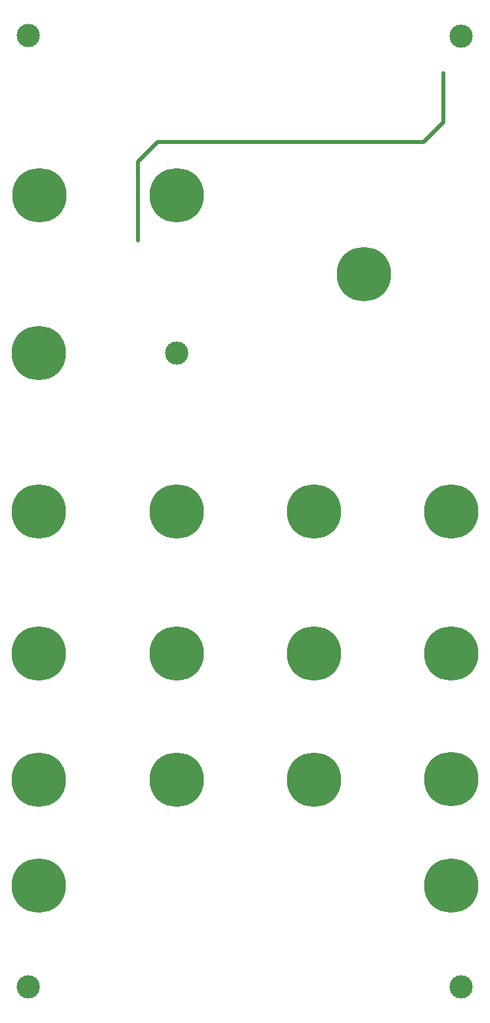
<source format=gtl>
G04 Layer_Physical_Order=1*
G04 Layer_Color=255*
%FSLAX25Y25*%
%MOIN*%
G70*
G01*
G75*
%ADD10C,0.02000*%
%ADD11C,0.11811*%
%ADD12C,0.27559*%
D10*
X240000Y450300D02*
Y475300D01*
X230000Y440300D02*
X240000Y450300D01*
X95000Y440300D02*
X230000D01*
X85000Y430300D02*
X95000Y440300D01*
X85000Y390300D02*
Y430300D01*
D11*
X104500Y333200D02*
D03*
X29300Y11855D02*
D03*
X248985D02*
D03*
X248986Y494061D02*
D03*
X29300Y494100D02*
D03*
D12*
X243800Y63200D02*
D03*
X34600D02*
D03*
X243900Y117100D02*
D03*
X174200Y117000D02*
D03*
X104600D02*
D03*
X34700D02*
D03*
X243900Y180900D02*
D03*
X174200D02*
D03*
X104500Y181000D02*
D03*
X34600Y180900D02*
D03*
X243900Y253000D02*
D03*
X174200Y252900D02*
D03*
X104500Y253000D02*
D03*
X34600D02*
D03*
Y333200D02*
D03*
X199500Y373300D02*
D03*
X104500Y413400D02*
D03*
X34837Y413163D02*
D03*
M02*

</source>
